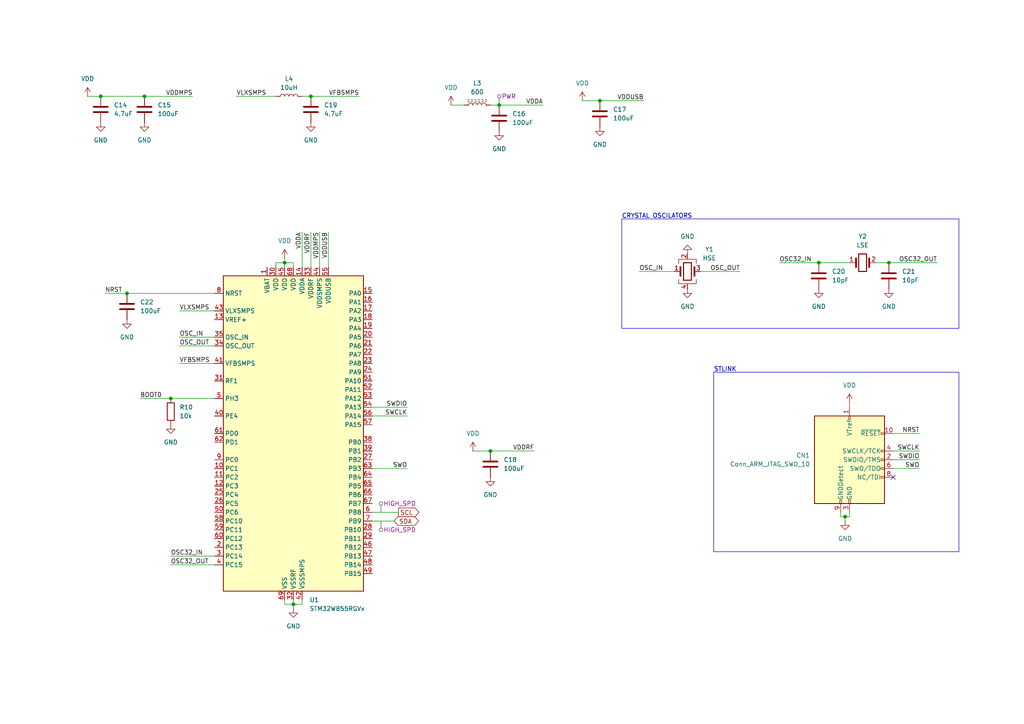
<source format=kicad_sch>
(kicad_sch (version 20250114) (generator "eeschema") (generator_version "9.0")
  (paper "A4")
  (lib_symbols
    (symbol "Connector:Conn_ARM_JTAG_SWD_10" (pin_names (offset 1.016))
      (property "Reference" "J" (at -2.54 16.51 0))
      (property "Value" "Conn_ARM_JTAG_SWD_10" (at -2.54 13.97 0))
      (symbol "Conn_ARM_JTAG_SWD_10_0_1"
        (rectangle (start -10.16 12.7) (end 10.16 -12.7) (stroke (width 0.254)) (fill (type background)))
        (rectangle (start -2.794 -12.7) (end -2.286 -11.684))
        (rectangle (start -0.254 12.7) (end 0.254 11.684))
        (rectangle (start -0.254 -12.7) (end 0.254 -11.684))
        (rectangle (start 9.144 2.286) (end 10.16 2.794))
        (rectangle (start 10.16 7.874) (end 9.144 7.366))
        (rectangle (start 10.16 -0.254) (end 9.144 0.254))
        (rectangle (start 10.16 -2.794) (end 9.144 -2.286))
      )
      (symbol "Conn_ARM_JTAG_SWD_10_1_1"
        (rectangle (start 9.144 -5.334) (end 10.16 -4.826))
        (pin no_connect line (at -10.16 0 0) (length 2.54) (hide yes) (name "KEY") (number "7"))
        (pin passive line (at -2.54 -15.24 90) (length 2.54) (name "GNDDetect") (number "9"))
        (pin power_in line (at 0 15.24 270) (length 2.54) (name "VTref") (number "1"))
        (pin power_in line (at 0 -15.24 90) (length 2.54) (name "GND") (number "3"))
        (pin passive line (at 0 -15.24 90) (length 2.54) (hide yes) (name "GND") (number "5"))
        (pin open_collector line (at 12.7 7.62 180) (length 2.54) (name "~{RESET}") (number "10"))
        (pin output line (at 12.7 2.54 180) (length 2.54) (name "SWCLK/TCK") (number "4"))
        (pin bidirectional line (at 12.7 0 180) (length 2.54) (name "SWDIO/TMS") (number "2"))
        (pin input line (at 12.7 -2.54 180) (length 2.54) (name "SWO/TDO") (number "6"))
        (pin output line (at 12.7 -5.08 180) (length 2.54) (name "NC/TDI") (number "8"))
      )
    )
    (symbol "Device:C" (pin_numbers (hide yes)) (pin_names (offset 0.254))
      (property "Reference" "C" (at 0.635 2.54 0))
      (property "Value" "C" (at 0.635 -2.54 0))
      (symbol "C_0_1"
        (polyline (pts (xy -2.032 0.762) (xy 2.032 0.762)) (stroke (width 0.508)))
        (polyline (pts (xy -2.032 -0.762) (xy 2.032 -0.762)) (stroke (width 0.508)))
      )
      (symbol "C_1_1"
        (pin passive line (at 0 3.81 270) (length 2.794) (name "~") (number "1"))
        (pin passive line (at 0 -3.81 90) (length 2.794) (name "~") (number "2"))
      )
    )
    (symbol "Device:Crystal" (pin_names (offset 1.016) (hide yes))
      (property "Reference" "Y" (at 0 3.81 0))
      (property "Value" "Crystal" (at 0 -3.81 0))
      (symbol "Crystal_0_1"
        (polyline (pts (xy -2.54 0) (xy -1.905 0)))
        (polyline (pts (xy -1.905 -1.27) (xy -1.905 1.27)) (stroke (width 0.508)))
        (rectangle (start -1.143 2.54) (end 1.143 -2.54) (stroke (width 0.3048)))
        (polyline (pts (xy 1.905 -1.27) (xy 1.905 1.27)) (stroke (width 0.508)))
        (polyline (pts (xy 2.54 0) (xy 1.905 0)))
      )
      (symbol "Crystal_1_1"
        (pin passive line (at -3.81 0 0) (length 1.27) (name "1") (number "1"))
        (pin passive line (at 3.81 0 180) (length 1.27) (name "2") (number "2"))
      )
    )
    (symbol "Device:Crystal_GND24" (pin_names (offset 1.016) (hide yes))
      (property "Reference" "Y" (at 3.175 5.08 0))
      (property "Value" "Crystal_GND24" (at 3.175 3.175 0))
      (symbol "Crystal_GND24_0_1"
        (polyline (pts (xy -2.54 2.286) (xy -2.54 3.556) (xy 2.54 3.556) (xy 2.54 2.286)))
        (polyline (pts (xy -2.54 0) (xy -2.032 0)))
        (polyline (pts (xy -2.54 -2.286) (xy -2.54 -3.556) (xy 2.54 -3.556) (xy 2.54 -2.286)))
        (polyline (pts (xy -2.032 -1.27) (xy -2.032 1.27)) (stroke (width 0.508)))
        (rectangle (start -1.143 2.54) (end 1.143 -2.54) (stroke (width 0.3048)))
        (polyline (pts (xy 0 3.556) (xy 0 3.81)))
        (polyline (pts (xy 0 -3.81) (xy 0 -3.556)))
        (polyline (pts (xy 2.032 0) (xy 2.54 0)))
        (polyline (pts (xy 2.032 -1.27) (xy 2.032 1.27)) (stroke (width 0.508)))
      )
      (symbol "Crystal_GND24_1_1"
        (pin passive line (at -3.81 0 0) (length 1.27) (name "1") (number "1"))
        (pin passive line (at 0 5.08 270) (length 1.27) (name "2") (number "2"))
        (pin passive line (at 0 -5.08 90) (length 1.27) (name "4") (number "4"))
        (pin passive line (at 3.81 0 180) (length 1.27) (name "3") (number "3"))
      )
    )
    (symbol "Device:L" (pin_numbers (hide yes)) (pin_names (offset 1.016) (hide yes))
      (property "Reference" "L" (at -1.27 0 90))
      (property "Value" "L" (at 1.905 0 90))
      (symbol "L_0_1"
        (arc (start 0 2.54) (mid 0.6323 1.905) (end 0 1.27))
        (arc (start 0 1.27) (mid 0.6323 0.635) (end 0 0))
        (arc (start 0 0) (mid 0.6323 -0.635) (end 0 -1.27))
        (arc (start 0 -1.27) (mid 0.6323 -1.905) (end 0 -2.54))
      )
      (symbol "L_1_1"
        (pin passive line (at 0 3.81 270) (length 1.27) (name "1") (number "1"))
        (pin passive line (at 0 -3.81 90) (length 1.27) (name "2") (number "2"))
      )
    )
    (symbol "Device:L_Ferrite" (pin_numbers (hide yes)) (pin_names (offset 1.016) (hide yes))
      (property "Reference" "L" (at -1.27 0 90))
      (property "Value" "L_Ferrite" (at 2.794 0 90))
      (symbol "L_Ferrite_0_1"
        (arc (start 0 2.54) (mid 0.6323 1.905) (end 0 1.27))
        (arc (start 0 1.27) (mid 0.6323 0.635) (end 0 0))
        (arc (start 0 0) (mid 0.6323 -0.635) (end 0 -1.27))
        (arc (start 0 -1.27) (mid 0.6323 -1.905) (end 0 -2.54))
        (polyline (pts (xy 1.016 2.286) (xy 1.016 2.794)))
        (polyline (pts (xy 1.016 1.27) (xy 1.016 1.778)))
        (polyline (pts (xy 1.016 0.254) (xy 1.016 0.762)))
        (polyline (pts (xy 1.016 -0.762) (xy 1.016 -0.254)))
        (polyline (pts (xy 1.016 -1.778) (xy 1.016 -1.27)))
        (polyline (pts (xy 1.016 -2.794) (xy 1.016 -2.286)))
        (polyline (pts (xy 1.524 2.794) (xy 1.524 2.286)))
        (polyline (pts (xy 1.524 1.778) (xy 1.524 1.27)))
        (polyline (pts (xy 1.524 0.762) (xy 1.524 0.254)))
        (polyline (pts (xy 1.524 -0.254) (xy 1.524 -0.762)))
        (polyline (pts (xy 1.524 -1.27) (xy 1.524 -1.778)))
        (polyline (pts (xy 1.524 -2.286) (xy 1.524 -2.794)))
      )
      (symbol "L_Ferrite_1_1"
        (pin passive line (at 0 3.81 270) (length 1.27) (name "1") (number "1"))
        (pin passive line (at 0 -3.81 90) (length 1.27) (name "2") (number "2"))
      )
    )
    (symbol "Device:R" (pin_numbers (hide yes)) (pin_names (offset 0))
      (property "Reference" "R" (at 2.032 0 90))
      (property "Value" "R" (at 0 0 90))
      (symbol "R_0_1"
        (rectangle (start -1.016 -2.54) (end 1.016 2.54) (stroke (width 0.254)))
      )
      (symbol "R_1_1"
        (pin passive line (at 0 3.81 270) (length 1.27) (name "~") (number "1"))
        (pin passive line (at 0 -3.81 90) (length 1.27) (name "~") (number "2"))
      )
    )
    (symbol "MCU_ST_STM32WB:STM32WB55RGVx"
      (property "Reference" "U" (at -20.32 46.99 0))
      (property "Value" "STM32WB55RGVx" (at 12.7 46.99 0))
      (symbol "STM32WB55RGVx_0_1"
        (rectangle (start -20.32 -45.72) (end 20.32 45.72) (stroke (width 0.254)) (fill (type background)))
      )
      (symbol "STM32WB55RGVx_1_1"
        (pin input line (at -22.86 40.64 0) (length 2.54) (name "NRST") (number "8"))
        (pin power_in line (at -22.86 35.56 0) (length 2.54) (name "VLXSMPS") (number "43"))
        (pin input line (at -22.86 33.02 0) (length 2.54) (name "VREF+") (number "13"))
        (pin input line (at -22.86 27.94 0) (length 2.54) (name "OSC_IN") (number "35"))
        (pin input line (at -22.86 25.4 0) (length 2.54) (name "OSC_OUT") (number "34"))
        (pin input line (at -22.86 20.32 0) (length 2.54) (name "VFBSMPS") (number "41"))
        (pin bidirectional line (at -22.86 15.24 0) (length 2.54) (name "RF1") (number "31"))
        (pin bidirectional line (at -22.86 10.16 0) (length 2.54) (name "PH3") (number "5"))
        (pin bidirectional line (at -22.86 5.08 0) (length 2.54) (name "PE4") (number "40"))
        (pin bidirectional line (at -22.86 0 0) (length 2.54) (name "PD0") (number "61"))
        (pin bidirectional line (at -22.86 -2.54 0) (length 2.54) (name "PD1") (number "62"))
        (pin bidirectional line (at -22.86 -7.62 0) (length 2.54) (name "PC0") (number "9"))
        (pin bidirectional line (at -22.86 -10.16 0) (length 2.54) (name "PC1") (number "10"))
        (pin bidirectional line (at -22.86 -12.7 0) (length 2.54) (name "PC2") (number "11"))
        (pin bidirectional line (at -22.86 -15.24 0) (length 2.54) (name "PC3") (number "12"))
        (pin bidirectional line (at -22.86 -17.78 0) (length 2.54) (name "PC4") (number "25"))
        (pin bidirectional line (at -22.86 -20.32 0) (length 2.54) (name "PC5") (number "26"))
        (pin bidirectional line (at -22.86 -22.86 0) (length 2.54) (name "PC6") (number "50"))
        (pin bidirectional line (at -22.86 -25.4 0) (length 2.54) (name "PC10") (number "58"))
        (pin bidirectional line (at -22.86 -27.94 0) (length 2.54) (name "PC11") (number "59"))
        (pin bidirectional line (at -22.86 -30.48 0) (length 2.54) (name "PC12") (number "60"))
        (pin bidirectional line (at -22.86 -33.02 0) (length 2.54) (name "PC13") (number "2"))
        (pin bidirectional line (at -22.86 -35.56 0) (length 2.54) (name "PC14") (number "3"))
        (pin bidirectional line (at -22.86 -38.1 0) (length 2.54) (name "PC15") (number "4"))
        (pin no_connect line (at -20.32 -43.18 0) (length 2.54) (hide yes) (name "AT1") (number "37"))
        (pin no_connect line (at -20.32 -45.72 0) (length 2.54) (hide yes) (name "AT0") (number "36"))
        (pin power_in line (at -7.62 48.26 270) (length 2.54) (name "VBAT") (number "1"))
        (pin power_in line (at -5.08 48.26 270) (length 2.54) (name "VDD") (number "30"))
        (pin power_in line (at -2.54 48.26 270) (length 2.54) (name "VDD") (number "45"))
        (pin power_in line (at -2.54 -48.26 90) (length 2.54) (name "VSS") (number "69"))
        (pin power_in line (at 0 48.26 270) (length 2.54) (name "VDD") (number "68"))
        (pin power_in line (at 0 -48.26 90) (length 2.54) (name "VSSRF") (number "32"))
        (pin power_in line (at 2.54 48.26 270) (length 2.54) (name "VDDA") (number "14"))
        (pin power_in line (at 2.54 -48.26 90) (length 2.54) (name "VSSSMPS") (number "42"))
        (pin power_in line (at 5.08 48.26 270) (length 2.54) (name "VDDRF") (number "33"))
        (pin power_in line (at 7.62 48.26 270) (length 2.54) (name "VDDSMPS") (number "44"))
        (pin power_in line (at 10.16 48.26 270) (length 2.54) (name "VDDUSB") (number "55"))
        (pin bidirectional line (at 22.86 40.64 180) (length 2.54) (name "PA0") (number "15"))
        (pin bidirectional line (at 22.86 38.1 180) (length 2.54) (name "PA1") (number "16"))
        (pin bidirectional line (at 22.86 35.56 180) (length 2.54) (name "PA2") (number "17"))
        (pin bidirectional line (at 22.86 33.02 180) (length 2.54) (name "PA3") (number "18"))
        (pin bidirectional line (at 22.86 30.48 180) (length 2.54) (name "PA4") (number "19"))
        (pin bidirectional line (at 22.86 27.94 180) (length 2.54) (name "PA5") (number "20"))
        (pin bidirectional line (at 22.86 25.4 180) (length 2.54) (name "PA6") (number "21"))
        (pin bidirectional line (at 22.86 22.86 180) (length 2.54) (name "PA7") (number "22"))
        (pin bidirectional line (at 22.86 20.32 180) (length 2.54) (name "PA8") (number "23"))
        (pin bidirectional line (at 22.86 17.78 180) (length 2.54) (name "PA9") (number "24"))
        (pin bidirectional line (at 22.86 15.24 180) (length 2.54) (name "PA10") (number "51"))
        (pin bidirectional line (at 22.86 12.7 180) (length 2.54) (name "PA11") (number "52"))
        (pin bidirectional line (at 22.86 10.16 180) (length 2.54) (name "PA12") (number "53"))
        (pin bidirectional line (at 22.86 7.62 180) (length 2.54) (name "PA13") (number "54"))
        (pin bidirectional line (at 22.86 5.08 180) (length 2.54) (name "PA14") (number "56"))
        (pin bidirectional line (at 22.86 2.54 180) (length 2.54) (name "PA15") (number "57"))
        (pin bidirectional line (at 22.86 -2.54 180) (length 2.54) (name "PB0") (number "38"))
        (pin bidirectional line (at 22.86 -5.08 180) (length 2.54) (name "PB1") (number "39"))
        (pin bidirectional line (at 22.86 -7.62 180) (length 2.54) (name "PB2") (number "27"))
        (pin bidirectional line (at 22.86 -10.16 180) (length 2.54) (name "PB3") (number "63"))
        (pin bidirectional line (at 22.86 -12.7 180) (length 2.54) (name "PB4") (number "64"))
        (pin bidirectional line (at 22.86 -15.24 180) (length 2.54) (name "PB5") (number "65"))
        (pin bidirectional line (at 22.86 -17.78 180) (length 2.54) (name "PB6") (number "66"))
        (pin bidirectional line (at 22.86 -20.32 180) (length 2.54) (name "PB7") (number "67"))
        (pin bidirectional line (at 22.86 -22.86 180) (length 2.54) (name "PB8") (number "6"))
        (pin bidirectional line (at 22.86 -25.4 180) (length 2.54) (name "PB9") (number "7"))
        (pin bidirectional line (at 22.86 -27.94 180) (length 2.54) (name "PB10") (number "28"))
        (pin bidirectional line (at 22.86 -30.48 180) (length 2.54) (name "PB11") (number "29"))
        (pin bidirectional line (at 22.86 -33.02 180) (length 2.54) (name "PB12") (number "46"))
        (pin bidirectional line (at 22.86 -35.56 180) (length 2.54) (name "PB13") (number "47"))
        (pin bidirectional line (at 22.86 -38.1 180) (length 2.54) (name "PB14") (number "48"))
        (pin bidirectional line (at 22.86 -40.64 180) (length 2.54) (name "PB15") (number "49"))
      )
    )
    (symbol "power:GND" (power) (pin_numbers (hide yes)) (pin_names (offset 0) (hide yes))
      (property "Value" "GND" (at 0 -3.81 0))
      (symbol "GND_0_1"
        (polyline (pts (xy 0 0) (xy 0 -1.27) (xy 1.27 -1.27) (xy 0 -2.54) (xy -1.27 -1.27) (xy 0 -1.27)))
      )
      (symbol "GND_1_1"
        (pin power_in line (at 0 0 270) (length 0) (name "~") (number "1"))
      )
    )
    (symbol "power:VDD" (power) (pin_numbers (hide yes)) (pin_names (offset 0) (hide yes))
      (property "Value" "VDD" (at 0 3.556 0))
      (symbol "VDD_0_1"
        (polyline (pts (xy -0.762 1.27) (xy 0 2.54)))
        (polyline (pts (xy 0 2.54) (xy 0.762 1.27)))
        (polyline (pts (xy 0 0) (xy 0 2.54)))
      )
      (symbol "VDD_1_1"
        (pin power_in line (at 0 0 90) (length 0) (name "~") (number "1"))
      )
    )
  )
  (rectangle (start 180.34 63.5) (end 278.13 95.25))
  (rectangle (start 207.01 107.95) (end 278.13 160.02))
  (text "STLINK" (at 207.01 107.95 0) (effects (font (size 1.27 1.27) (thickness 0.1905)) (justify left bottom)))
  (text "CRYSTAL OSCILATORS" (at 180.34 63.5 0) (effects (font (size 1.27 1.27) (thickness 0.1905)) (justify left bottom)))
  (junction (at 142.24 130.81))
  (junction (at 41.91 27.94))
  (junction (at 245.11 149.86))
  (junction (at 90.17 27.94))
  (junction (at 82.55 76.2))
  (junction (at 237.49 76.2))
  (junction (at 257.81 76.2))
  (junction (at 85.09 175.26))
  (junction (at 36.83 85.09))
  (junction (at 144.78 30.48))
  (junction (at 173.99 29.21))
  (junction (at 49.53 115.57))
  (junction (at 29.21 27.94))
  (no_connect (at 259.08 138.43))
  (wire (pts (xy 259.08 135.89) (xy 266.7 135.89)))
  (wire (pts (xy 246.38 149.86) (xy 246.38 148.59)))
  (wire (pts (xy 226.06 76.2) (xy 237.49 76.2)))
  (wire (pts (xy 49.53 115.57) (xy 62.23 115.57)))
  (wire (pts (xy 85.09 175.26) (xy 85.09 173.99)))
  (wire (pts (xy 87.63 173.99) (xy 87.63 175.26)))
  (wire (pts (xy 82.55 175.26) (xy 85.09 175.26)))
  (wire (pts (xy 52.07 90.17) (xy 62.23 90.17)))
  (wire (pts (xy 36.83 85.09) (xy 62.23 85.09)))
  (wire (pts (xy 107.95 148.59) (xy 115.57 148.59)))
  (wire (pts (xy 68.58 27.94) (xy 80.01 27.94)))
  (wire (pts (xy 90.17 67.31) (xy 90.17 77.47)))
  (wire (pts (xy 137.16 130.81) (xy 142.24 130.81)))
  (wire (pts (xy 92.71 67.31) (xy 92.71 77.47)))
  (wire (pts (xy 259.08 130.81) (xy 266.7 130.81)))
  (wire (pts (xy 168.91 29.21) (xy 173.99 29.21)))
  (wire (pts (xy 41.91 27.94) (xy 55.88 27.94)))
  (wire (pts (xy 257.81 76.2) (xy 271.78 76.2)))
  (wire (pts (xy 85.09 76.2) (xy 85.09 77.47)))
  (wire (pts (xy 40.64 115.57) (xy 49.53 115.57)))
  (wire (pts (xy 246.38 116.84) (xy 246.38 118.11)))
  (wire (pts (xy 52.07 100.33) (xy 62.23 100.33)))
  (wire (pts (xy 243.84 149.86) (xy 245.11 149.86)))
  (wire (pts (xy 130.81 30.48) (xy 134.62 30.48)))
  (wire (pts (xy 245.11 149.86) (xy 245.11 151.13)))
  (wire (pts (xy 144.78 30.48) (xy 157.48 30.48)))
  (wire (pts (xy 87.63 27.94) (xy 90.17 27.94)))
  (wire (pts (xy 185.42 78.74) (xy 195.58 78.74)))
  (wire (pts (xy 82.55 74.93) (xy 82.55 76.2)))
  (wire (pts (xy 49.53 163.83) (xy 62.23 163.83)))
  (wire (pts (xy 82.55 76.2) (xy 85.09 76.2)))
  (wire (pts (xy 107.95 118.11) (xy 118.11 118.11)))
  (wire (pts (xy 49.53 161.29) (xy 62.23 161.29)))
  (wire (pts (xy 25.4 27.94) (xy 29.21 27.94)))
  (wire (pts (xy 87.63 175.26) (xy 85.09 175.26)))
  (wire (pts (xy 29.21 27.94) (xy 41.91 27.94)))
  (wire (pts (xy 82.55 76.2) (xy 80.01 76.2)))
  (wire (pts (xy 237.49 76.2) (xy 246.38 76.2)))
  (wire (pts (xy 87.63 67.31) (xy 87.63 77.47)))
  (wire (pts (xy 80.01 77.47) (xy 80.01 76.2)))
  (wire (pts (xy 82.55 76.2) (xy 82.55 77.47)))
  (wire (pts (xy 142.24 30.48) (xy 144.78 30.48)))
  (wire (pts (xy 52.07 97.79) (xy 62.23 97.79)))
  (wire (pts (xy 82.55 173.99) (xy 82.55 175.26)))
  (wire (pts (xy 52.07 105.41) (xy 62.23 105.41)))
  (wire (pts (xy 203.2 78.74) (xy 214.63 78.74)))
  (wire (pts (xy 30.48 85.09) (xy 36.83 85.09)))
  (wire (pts (xy 259.08 133.35) (xy 266.7 133.35)))
  (wire (pts (xy 259.08 125.73) (xy 266.7 125.73)))
  (wire (pts (xy 243.84 148.59) (xy 243.84 149.86)))
  (wire (pts (xy 107.95 120.65) (xy 118.11 120.65)))
  (wire (pts (xy 245.11 149.86) (xy 246.38 149.86)))
  (wire (pts (xy 95.25 67.31) (xy 95.25 77.47)))
  (wire (pts (xy 173.99 29.21) (xy 186.69 29.21)))
  (wire (pts (xy 254 76.2) (xy 257.81 76.2)))
  (wire (pts (xy 107.95 135.89) (xy 118.11 135.89)))
  (wire (pts (xy 107.95 151.13) (xy 114.3 151.13)))
  (wire (pts (xy 142.24 130.81) (xy 154.94 130.81)))
  (wire (pts (xy 90.17 27.94) (xy 104.14 27.94)))
  (wire (pts (xy 85.09 176.53) (xy 85.09 175.26)))
  (label "SWCLK" (at 266.7 130.81 180))
  (label "SWDIO" (at 266.7 133.35 180))
  (label "VLXSMPS" (at 52.07 90.17 0))
  (label "OSC_OUT" (at 52.07 100.33 0))
  (label "VDDMPS" (at 92.71 67.31 270))
  (label "VDDUSB" (at 186.69 29.21 180))
  (label "OSC_OUT" (at 214.63 78.74 180))
  (label "VDDA" (at 157.48 30.48 180))
  (label "VDDUSB" (at 95.25 67.31 270))
  (label "SWCLK" (at 118.11 120.65 180))
  (label "NRST" (at 30.48 85.09 0))
  (label "NRST" (at 266.7 125.73 180))
  (label "OSC32_IN" (at 49.53 161.29 0))
  (label "VFBSMPS" (at 104.14 27.94 180))
  (label "VLXSMPS" (at 68.58 27.94 0))
  (label "VDDRF" (at 90.17 67.31 270))
  (label "OSC_IN" (at 185.42 78.74 0))
  (label "BOOT0" (at 40.64 115.57 0))
  (label "OSC32_OUT" (at 271.78 76.2 180))
  (label "VDDMPS" (at 55.88 27.94 180))
  (label "VDDRF" (at 154.94 130.81 180))
  (label "SWO" (at 118.11 135.89 180))
  (label "OSC_IN" (at 52.07 97.79 0))
  (label "SWO" (at 266.7 135.89 180))
  (label "SWDIO" (at 118.11 118.11 180))
  (label "VDDA" (at 87.63 67.31 270))
  (label "OSC32_OUT" (at 49.53 163.83 0))
  (label "VFBSMPS" (at 52.07 105.41 0))
  (label "OSC32_IN" (at 226.06 76.2 0))
  (global_label "SDA" (shape bidirectional) (at 114.3 151.13 0) (property "Intersheetrefs" "${INTERSHEET_REFS}" (effects (hide yes))))
  (global_label "SCL" (shape output) (at 115.57 148.59 0) (property "Intersheetrefs" "${INTERSHEET_REFS}" (effects (hide yes))))
  (netclass_flag "" (length 2.54) (shape round) (at 144.78 30.48 0) (property "Netclass" "PWR" (at 145.4785 27.94 0) (effects (justify left))))
  (netclass_flag "" (length 2.54) (shape round) (at 110.49 151.13 180) (property "Netclass" "HIGH_SPD" (at 111.1885 153.67 0) (effects (justify left))))
  (netclass_flag "" (length 2.54) (shape round) (at 110.49 148.59 0) (property "Netclass" "HIGH_SPD" (at 111.1885 146.05 0) (effects (justify left))))
  (symbol (lib_id "Device:C") (at 29.21 31.75 180) (unit 1)
    (property "Reference" "C14" (at 33.02 30.4799 0) (effects (justify right)))
    (property "Value" "4.7uF" (at 33.02 33.0199 0) (effects (justify right)))
    (property "Description" "Unpolarized capacitor" (effects (hide yes)))
  )
  (symbol (lib_id "Device:R") (at 49.53 119.38 180) (unit 1)
    (property "Reference" "R10" (at 52.07 118.1099 0) (effects (justify right)))
    (property "Value" "10k" (at 52.07 120.6499 0) (effects (justify right)))
    (property "Description" "Resistor" (effects (hide yes)))
  )
  (symbol (lib_id "power:GND") (at 29.21 35.56 0) (unit 1)
    (property "Reference" "#PWR024" (effects (hide yes)))
    (property "Value" "GND" (at 29.21 40.64 0))
    (property "Description" "Power symbol creates a global label with name \"GND\" , ground" (effects (hide yes)))
  )
  (symbol (lib_id "Device:C") (at 144.78 34.29 180) (unit 1)
    (property "Reference" "C16" (at 148.59 33.0199 0) (effects (justify right)))
    (property "Value" "100uF" (at 148.59 35.5599 0) (effects (justify right)))
    (property "Description" "Unpolarized capacitor" (effects (hide yes)))
  )
  (symbol (lib_id "power:GND") (at 245.11 151.13 0) (unit 1)
    (property "Reference" "#PWR029" (effects (hide yes)))
    (property "Value" "GND" (at 245.11 156.21 0))
    (property "Description" "Power symbol creates a global label with name \"GND\" , ground" (effects (hide yes)))
  )
  (symbol (lib_id "Device:C") (at 90.17 31.75 180) (unit 1)
    (property "Reference" "C19" (at 93.98 30.4799 0) (effects (justify right)))
    (property "Value" "4.7uF" (at 93.98 33.0199 0) (effects (justify right)))
    (property "Description" "Unpolarized capacitor" (effects (hide yes)))
  )
  (symbol (lib_id "power:VDD") (at 25.4 27.94 0) (unit 1)
    (property "Reference" "#PWR030" (effects (hide yes)))
    (property "Value" "VDD" (at 25.4 22.86 0))
    (property "Description" "Power symbol creates a global label with name \"VDD\"" (effects (hide yes)))
  )
  (symbol (lib_id "power:GND") (at 85.09 176.53 0) (unit 1)
    (property "Reference" "#PWR017" (effects (hide yes)))
    (property "Value" "GND" (at 85.09 181.61 0))
    (property "Description" "Power symbol creates a global label with name \"GND\" , ground" (effects (hide yes)))
  )
  (symbol (lib_id "Device:C") (at 36.83 88.9 180) (unit 1)
    (property "Reference" "C22" (at 40.64 87.6299 0) (effects (justify right)))
    (property "Value" "100uF" (at 40.64 90.1699 0) (effects (justify right)))
    (property "Description" "Unpolarized capacitor" (effects (hide yes)))
  )
  (symbol (lib_id "Device:L_Ferrite") (at 138.43 30.48 90) (unit 1)
    (property "Reference" "L3" (at 138.43 24.13 90))
    (property "Value" "600" (at 138.43 26.67 90))
    (property "Description" "Inductor with ferrite core" (effects (hide yes)))
    (property "Componente" "FCM1608KF-601T02 " (effects (hide yes)))
  )
  (symbol (lib_id "Device:L") (at 83.82 27.94 90) (unit 1)
    (property "Reference" "L4" (at 83.82 22.86 90))
    (property "Value" "10uH" (at 83.82 25.4 90))
    (property "Description" "Inductor" (effects (hide yes)))
  )
  (symbol (lib_id "Device:C") (at 257.81 80.01 180) (unit 1)
    (property "Reference" "C21" (at 261.62 78.7399 0) (effects (justify right)))
    (property "Value" "10pF" (at 261.62 81.2799 0) (effects (justify right)))
    (property "Description" "Unpolarized capacitor" (effects (hide yes)))
  )
  (symbol (lib_id "Device:C") (at 41.91 31.75 180) (unit 1)
    (property "Reference" "C15" (at 45.72 30.4799 0) (effects (justify right)))
    (property "Value" "100uF" (at 45.72 33.0199 0) (effects (justify right)))
    (property "Description" "Unpolarized capacitor" (effects (hide yes)))
  )
  (symbol (lib_id "Device:C") (at 173.99 33.02 180) (unit 1)
    (property "Reference" "C17" (at 177.8 31.7499 0) (effects (justify right)))
    (property "Value" "100uF" (at 177.8 34.2899 0) (effects (justify right)))
    (property "Description" "Unpolarized capacitor" (effects (hide yes)))
  )
  (symbol (lib_id "power:GND") (at 237.49 83.82 0) (unit 1)
    (property "Reference" "#PWR033" (effects (hide yes)))
    (property "Value" "GND" (at 237.49 88.9 0))
    (property "Description" "Power symbol creates a global label with name \"GND\" , ground" (effects (hide yes)))
  )
  (symbol (lib_id "power:GND") (at 199.39 73.66 180) (unit 1)
    (property "Reference" "#PWR028" (effects (hide yes)))
    (property "Value" "GND" (at 199.39 68.58 0))
    (property "Description" "Power symbol creates a global label with name \"GND\" , ground" (effects (hide yes)))
  )
  (symbol (lib_id "power:GND") (at 36.83 92.71 0) (unit 1)
    (property "Reference" "#PWR031" (effects (hide yes)))
    (property "Value" "GND" (at 36.83 97.79 0))
    (property "Description" "Power symbol creates a global label with name \"GND\" , ground" (effects (hide yes)))
  )
  (symbol (lib_id "Device:C") (at 237.49 80.01 180) (unit 1)
    (property "Reference" "C20" (at 241.3 78.7399 0) (effects (justify right)))
    (property "Value" "10pF" (at 241.3 81.2799 0) (effects (justify right)))
    (property "Description" "Unpolarized capacitor" (effects (hide yes)))
  )
  (symbol (lib_id "Connector:Conn_ARM_JTAG_SWD_10") (at 246.38 133.35 0) (unit 1)
    (property "Reference" "CN1" (at 234.95 132.0799 0) (effects (justify right)))
    (property "Value" "Conn_ARM_JTAG_SWD_10" (at 234.95 134.6199 0) (effects (justify right)))
    (property "Footprint" "Connector_PinHeader_1.27mm:PinHeader_2x05_P1.27mm_Vertical" (effects (hide yes)))
    (property "Datasheet" "http://infocenter.arm.com/help/topic/com.arm.doc.ddi0314h/DDI0314H_coresight_components_trm.pdf" (effects (hide yes)))
    (property "Description" "Cortex Debug Connector, standard ARM Cortex-M SWD and JTAG interface" (effects (hide yes)))
  )
  (symbol (lib_id "power:GND") (at 41.91 35.56 0) (unit 1)
    (property "Reference" "#PWR025" (effects (hide yes)))
    (property "Value" "GND" (at 41.91 40.64 0))
    (property "Description" "Power symbol creates a global label with name \"GND\" , ground" (effects (hide yes)))
  )
  (symbol (lib_id "power:VDD") (at 130.81 30.48 0) (unit 1)
    (property "Reference" "#PWR034" (effects (hide yes)))
    (property "Value" "VDD" (at 130.81 25.4 0))
    (property "Description" "Power symbol creates a global label with name \"VDD\"" (effects (hide yes)))
  )
  (symbol (lib_id "power:GND") (at 199.39 83.82 0) (unit 1)
    (property "Reference" "#PWR04" (effects (hide yes)))
    (property "Value" "GND" (at 199.39 88.9 0))
    (property "Description" "Power symbol creates a global label with name \"GND\" , ground" (effects (hide yes)))
  )
  (symbol (lib_id "power:GND") (at 142.24 138.43 0) (unit 1)
    (property "Reference" "#PWR027" (effects (hide yes)))
    (property "Value" "GND" (at 142.24 143.51 0))
    (property "Description" "Power symbol creates a global label with name \"GND\" , ground" (effects (hide yes)))
  )
  (symbol (lib_id "power:GND") (at 144.78 38.1 0) (unit 1)
    (property "Reference" "#PWR022" (effects (hide yes)))
    (property "Value" "GND" (at 144.78 43.18 0))
    (property "Description" "Power symbol creates a global label with name \"GND\" , ground" (effects (hide yes)))
  )
  (symbol (lib_id "power:GND") (at 49.53 123.19 0) (unit 1)
    (property "Reference" "#PWR032" (effects (hide yes)))
    (property "Value" "GND" (at 49.53 128.27 0))
    (property "Description" "Power symbol creates a global label with name \"GND\" , ground" (effects (hide yes)))
  )
  (symbol (lib_id "power:VDD") (at 246.38 116.84 0) (unit 1)
    (property "Reference" "#PWR039" (effects (hide yes)))
    (property "Value" "VDD" (at 246.38 111.76 0))
    (property "Description" "Power symbol creates a global label with name \"VDD\"" (effects (hide yes)))
  )
  (symbol (lib_id "power:GND") (at 90.17 35.56 0) (unit 1)
    (property "Reference" "#PWR026" (effects (hide yes)))
    (property "Value" "GND" (at 90.17 40.64 0))
    (property "Description" "Power symbol creates a global label with name \"GND\" , ground" (effects (hide yes)))
  )
  (symbol (lib_id "power:GND") (at 257.81 83.82 0) (unit 1)
    (property "Reference" "#PWR036" (effects (hide yes)))
    (property "Value" "GND" (at 257.81 88.9 0))
    (property "Description" "Power symbol creates a global label with name \"GND\" , ground" (effects (hide yes)))
  )
  (symbol (lib_id "Device:Crystal_GND24") (at 199.39 78.74 0) (unit 1)
    (property "Reference" "Y1" (at 205.74 72.3198 0))
    (property "Value" "HSE" (at 205.74 74.8598 0))
    (property "Footprint" "Crystal:Crystal_SMD_2016-4Pin_2.0x1.6mm" (effects (hide yes)))
    (property "Description" "Four pin crystal, GND on pins 2 and 4" (effects (hide yes)))
    (property "Componente" "NX2016SA-32M-EXS00A-CS06465 " (effects (hide yes)))
  )
  (symbol (lib_id "power:VDD") (at 82.55 74.93 0) (unit 1)
    (property "Reference" "#PWR042" (effects (hide yes)))
    (property "Value" "VDD" (at 82.55 69.85 0))
    (property "Description" "Power symbol creates a global label with name \"VDD\"" (effects (hide yes)))
  )
  (symbol (lib_id "power:GND") (at 173.99 36.83 0) (unit 1)
    (property "Reference" "#PWR023" (effects (hide yes)))
    (property "Value" "GND" (at 173.99 41.91 0))
    (property "Description" "Power symbol creates a global label with name \"GND\" , ground" (effects (hide yes)))
  )
  (symbol (lib_id "power:VDD") (at 137.16 130.81 0) (unit 1)
    (property "Reference" "#PWR037" (effects (hide yes)))
    (property "Value" "VDD" (at 137.16 125.73 0))
    (property "Description" "Power symbol creates a global label with name \"VDD\"" (effects (hide yes)))
  )
  (symbol (lib_id "Device:Crystal") (at 250.19 76.2 0) (unit 1)
    (property "Reference" "Y2" (at 250.19 68.58 0))
    (property "Value" "LSE" (at 250.19 71.12 0))
    (property "Footprint" "Crystal:Crystal_SMD_2012-2Pin_2.0x1.2mm" (effects (hide yes)))
    (property "Description" "Two pin crystal" (effects (hide yes)))
    (property "Componente" "NX2012SA-32.768KHZ-STD-MUB-2" (effects (hide yes)))
  )
  (symbol (lib_id "power:VDD") (at 168.91 29.21 0) (unit 1)
    (property "Reference" "#PWR035" (effects (hide yes)))
    (property "Value" "VDD" (at 168.91 24.13 0))
    (property "Description" "Power symbol creates a global label with name \"VDD\"" (effects (hide yes)))
  )
  (symbol (lib_id "Device:C") (at 142.24 134.62 180) (unit 1)
    (property "Reference" "C18" (at 146.05 133.3499 0) (effects (justify right)))
    (property "Value" "100uF" (at 146.05 135.8899 0) (effects (justify right)))
    (property "Description" "Unpolarized capacitor" (effects (hide yes)))
  )
  (symbol (lib_id "MCU_ST_STM32WB:STM32WB55RGVx") (at 85.09 125.73 0) (unit 1)
    (property "Reference" "U1" (at 89.7733 173.99 0) (effects (justify left)))
    (property "Value" "STM32WB55RGVx" (at 89.7733 176.53 0) (effects (justify left)))
    (property "Footprint" "Package_DFN_QFN:QFN-68-1EP_8x8mm_P0.4mm_EP6.4x6.4mm" (effects (hide yes)))
    (property "Datasheet" "https://www.st.com/resource/en/datasheet/stm32wb55rg.pdf" (effects (hide yes)))
    (property "Description" "STMicroelectronics Arm Cortex-M4 MCU, 1024KB flash, 256KB RAM, 64 MHz, 1.71-3.6V, 49 GPIO, VFQFPN68" (effects (hide yes)))
  )
)
</source>
